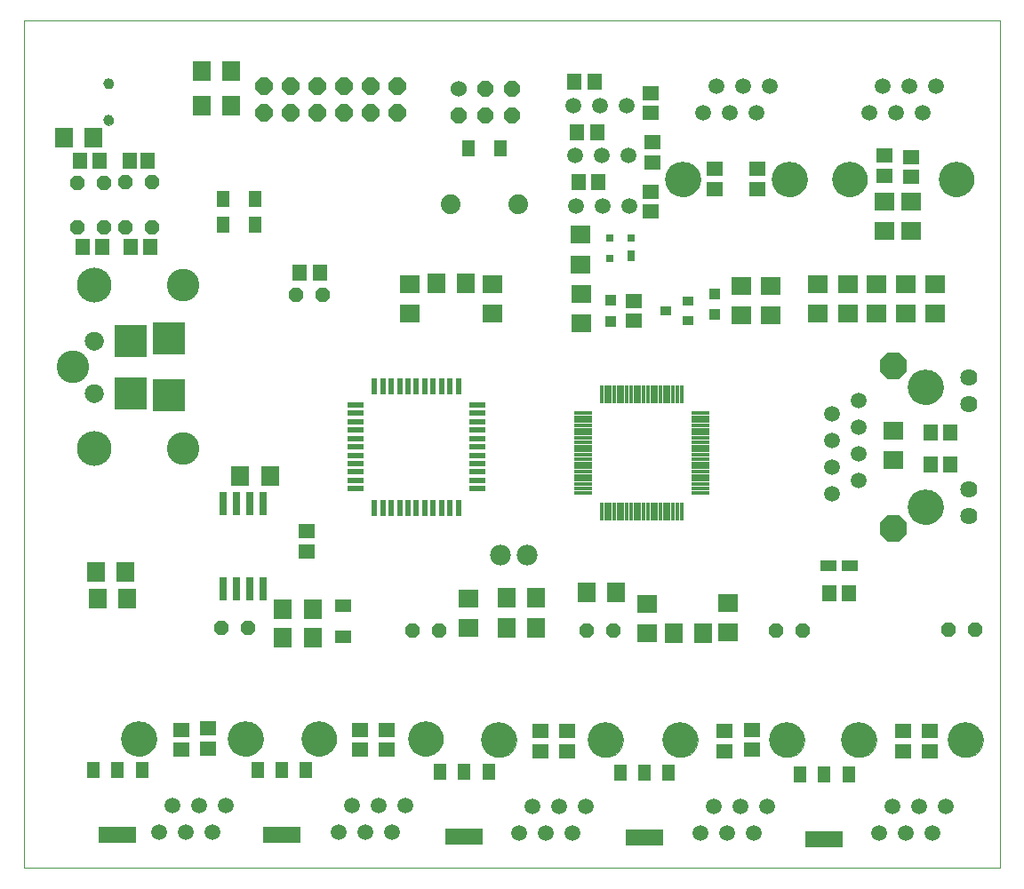
<source format=gts>
G75*
G70*
%OFA0B0*%
%FSLAX24Y24*%
%IPPOS*%
%LPD*%
%AMOC8*
5,1,8,0,0,1.08239X$1,22.5*
%
%ADD10C,0.0000*%
%ADD11C,0.0594*%
%ADD12C,0.1320*%
%ADD13R,0.0670X0.0750*%
%ADD14R,0.0631X0.0552*%
%ADD15OC8,0.0560*%
%ADD16R,0.0552X0.0631*%
%ADD17R,0.0670X0.0749*%
%ADD18C,0.1221*%
%ADD19C,0.1306*%
%ADD20R,0.1221X0.1221*%
%ADD21C,0.0709*%
%ADD22R,0.0750X0.0670*%
%ADD23R,0.0749X0.0670*%
%ADD24R,0.0670X0.0138*%
%ADD25R,0.0138X0.0670*%
%ADD26R,0.0434X0.0434*%
%ADD27R,0.0394X0.0355*%
%ADD28R,0.0631X0.0434*%
%ADD29C,0.0780*%
%ADD30OC8,0.0640*%
%ADD31C,0.0600*%
%ADD32OC8,0.0600*%
%ADD33R,0.0512X0.0591*%
%ADD34C,0.0591*%
%ADD35R,0.1418X0.0591*%
%ADD36R,0.0316X0.0434*%
%ADD37R,0.0316X0.0276*%
%ADD38R,0.0631X0.0237*%
%ADD39R,0.0237X0.0631*%
%ADD40R,0.0591X0.0512*%
%ADD41C,0.0394*%
%ADD42OC8,0.1003*%
%ADD43C,0.0640*%
%ADD44C,0.1320*%
%ADD45C,0.0740*%
%ADD46R,0.0280X0.0910*%
D10*
X000100Y000100D02*
X000100Y031896D01*
X036670Y031896D01*
X036670Y000100D01*
X000100Y000100D01*
X003760Y004950D02*
X003762Y005000D01*
X003768Y005050D01*
X003778Y005099D01*
X003791Y005148D01*
X003809Y005195D01*
X003830Y005241D01*
X003854Y005284D01*
X003882Y005326D01*
X003913Y005366D01*
X003947Y005403D01*
X003984Y005437D01*
X004024Y005468D01*
X004066Y005496D01*
X004109Y005520D01*
X004155Y005541D01*
X004202Y005559D01*
X004251Y005572D01*
X004300Y005582D01*
X004350Y005588D01*
X004400Y005590D01*
X004450Y005588D01*
X004500Y005582D01*
X004549Y005572D01*
X004598Y005559D01*
X004645Y005541D01*
X004691Y005520D01*
X004734Y005496D01*
X004776Y005468D01*
X004816Y005437D01*
X004853Y005403D01*
X004887Y005366D01*
X004918Y005326D01*
X004946Y005284D01*
X004970Y005241D01*
X004991Y005195D01*
X005009Y005148D01*
X005022Y005099D01*
X005032Y005050D01*
X005038Y005000D01*
X005040Y004950D01*
X005038Y004900D01*
X005032Y004850D01*
X005022Y004801D01*
X005009Y004752D01*
X004991Y004705D01*
X004970Y004659D01*
X004946Y004616D01*
X004918Y004574D01*
X004887Y004534D01*
X004853Y004497D01*
X004816Y004463D01*
X004776Y004432D01*
X004734Y004404D01*
X004691Y004380D01*
X004645Y004359D01*
X004598Y004341D01*
X004549Y004328D01*
X004500Y004318D01*
X004450Y004312D01*
X004400Y004310D01*
X004350Y004312D01*
X004300Y004318D01*
X004251Y004328D01*
X004202Y004341D01*
X004155Y004359D01*
X004109Y004380D01*
X004066Y004404D01*
X004024Y004432D01*
X003984Y004463D01*
X003947Y004497D01*
X003913Y004534D01*
X003882Y004574D01*
X003854Y004616D01*
X003830Y004659D01*
X003809Y004705D01*
X003791Y004752D01*
X003778Y004801D01*
X003768Y004850D01*
X003762Y004900D01*
X003760Y004950D01*
X007760Y004950D02*
X007762Y005000D01*
X007768Y005050D01*
X007778Y005099D01*
X007791Y005148D01*
X007809Y005195D01*
X007830Y005241D01*
X007854Y005284D01*
X007882Y005326D01*
X007913Y005366D01*
X007947Y005403D01*
X007984Y005437D01*
X008024Y005468D01*
X008066Y005496D01*
X008109Y005520D01*
X008155Y005541D01*
X008202Y005559D01*
X008251Y005572D01*
X008300Y005582D01*
X008350Y005588D01*
X008400Y005590D01*
X008450Y005588D01*
X008500Y005582D01*
X008549Y005572D01*
X008598Y005559D01*
X008645Y005541D01*
X008691Y005520D01*
X008734Y005496D01*
X008776Y005468D01*
X008816Y005437D01*
X008853Y005403D01*
X008887Y005366D01*
X008918Y005326D01*
X008946Y005284D01*
X008970Y005241D01*
X008991Y005195D01*
X009009Y005148D01*
X009022Y005099D01*
X009032Y005050D01*
X009038Y005000D01*
X009040Y004950D01*
X009038Y004900D01*
X009032Y004850D01*
X009022Y004801D01*
X009009Y004752D01*
X008991Y004705D01*
X008970Y004659D01*
X008946Y004616D01*
X008918Y004574D01*
X008887Y004534D01*
X008853Y004497D01*
X008816Y004463D01*
X008776Y004432D01*
X008734Y004404D01*
X008691Y004380D01*
X008645Y004359D01*
X008598Y004341D01*
X008549Y004328D01*
X008500Y004318D01*
X008450Y004312D01*
X008400Y004310D01*
X008350Y004312D01*
X008300Y004318D01*
X008251Y004328D01*
X008202Y004341D01*
X008155Y004359D01*
X008109Y004380D01*
X008066Y004404D01*
X008024Y004432D01*
X007984Y004463D01*
X007947Y004497D01*
X007913Y004534D01*
X007882Y004574D01*
X007854Y004616D01*
X007830Y004659D01*
X007809Y004705D01*
X007791Y004752D01*
X007778Y004801D01*
X007768Y004850D01*
X007762Y004900D01*
X007760Y004950D01*
X010510Y004950D02*
X010512Y005000D01*
X010518Y005050D01*
X010528Y005099D01*
X010541Y005148D01*
X010559Y005195D01*
X010580Y005241D01*
X010604Y005284D01*
X010632Y005326D01*
X010663Y005366D01*
X010697Y005403D01*
X010734Y005437D01*
X010774Y005468D01*
X010816Y005496D01*
X010859Y005520D01*
X010905Y005541D01*
X010952Y005559D01*
X011001Y005572D01*
X011050Y005582D01*
X011100Y005588D01*
X011150Y005590D01*
X011200Y005588D01*
X011250Y005582D01*
X011299Y005572D01*
X011348Y005559D01*
X011395Y005541D01*
X011441Y005520D01*
X011484Y005496D01*
X011526Y005468D01*
X011566Y005437D01*
X011603Y005403D01*
X011637Y005366D01*
X011668Y005326D01*
X011696Y005284D01*
X011720Y005241D01*
X011741Y005195D01*
X011759Y005148D01*
X011772Y005099D01*
X011782Y005050D01*
X011788Y005000D01*
X011790Y004950D01*
X011788Y004900D01*
X011782Y004850D01*
X011772Y004801D01*
X011759Y004752D01*
X011741Y004705D01*
X011720Y004659D01*
X011696Y004616D01*
X011668Y004574D01*
X011637Y004534D01*
X011603Y004497D01*
X011566Y004463D01*
X011526Y004432D01*
X011484Y004404D01*
X011441Y004380D01*
X011395Y004359D01*
X011348Y004341D01*
X011299Y004328D01*
X011250Y004318D01*
X011200Y004312D01*
X011150Y004310D01*
X011100Y004312D01*
X011050Y004318D01*
X011001Y004328D01*
X010952Y004341D01*
X010905Y004359D01*
X010859Y004380D01*
X010816Y004404D01*
X010774Y004432D01*
X010734Y004463D01*
X010697Y004497D01*
X010663Y004534D01*
X010632Y004574D01*
X010604Y004616D01*
X010580Y004659D01*
X010559Y004705D01*
X010541Y004752D01*
X010528Y004801D01*
X010518Y004850D01*
X010512Y004900D01*
X010510Y004950D01*
X014510Y004950D02*
X014512Y005000D01*
X014518Y005050D01*
X014528Y005099D01*
X014541Y005148D01*
X014559Y005195D01*
X014580Y005241D01*
X014604Y005284D01*
X014632Y005326D01*
X014663Y005366D01*
X014697Y005403D01*
X014734Y005437D01*
X014774Y005468D01*
X014816Y005496D01*
X014859Y005520D01*
X014905Y005541D01*
X014952Y005559D01*
X015001Y005572D01*
X015050Y005582D01*
X015100Y005588D01*
X015150Y005590D01*
X015200Y005588D01*
X015250Y005582D01*
X015299Y005572D01*
X015348Y005559D01*
X015395Y005541D01*
X015441Y005520D01*
X015484Y005496D01*
X015526Y005468D01*
X015566Y005437D01*
X015603Y005403D01*
X015637Y005366D01*
X015668Y005326D01*
X015696Y005284D01*
X015720Y005241D01*
X015741Y005195D01*
X015759Y005148D01*
X015772Y005099D01*
X015782Y005050D01*
X015788Y005000D01*
X015790Y004950D01*
X015788Y004900D01*
X015782Y004850D01*
X015772Y004801D01*
X015759Y004752D01*
X015741Y004705D01*
X015720Y004659D01*
X015696Y004616D01*
X015668Y004574D01*
X015637Y004534D01*
X015603Y004497D01*
X015566Y004463D01*
X015526Y004432D01*
X015484Y004404D01*
X015441Y004380D01*
X015395Y004359D01*
X015348Y004341D01*
X015299Y004328D01*
X015250Y004318D01*
X015200Y004312D01*
X015150Y004310D01*
X015100Y004312D01*
X015050Y004318D01*
X015001Y004328D01*
X014952Y004341D01*
X014905Y004359D01*
X014859Y004380D01*
X014816Y004404D01*
X014774Y004432D01*
X014734Y004463D01*
X014697Y004497D01*
X014663Y004534D01*
X014632Y004574D01*
X014604Y004616D01*
X014580Y004659D01*
X014559Y004705D01*
X014541Y004752D01*
X014528Y004801D01*
X014518Y004850D01*
X014512Y004900D01*
X014510Y004950D01*
X017260Y004900D02*
X017262Y004950D01*
X017268Y005000D01*
X017278Y005049D01*
X017291Y005098D01*
X017309Y005145D01*
X017330Y005191D01*
X017354Y005234D01*
X017382Y005276D01*
X017413Y005316D01*
X017447Y005353D01*
X017484Y005387D01*
X017524Y005418D01*
X017566Y005446D01*
X017609Y005470D01*
X017655Y005491D01*
X017702Y005509D01*
X017751Y005522D01*
X017800Y005532D01*
X017850Y005538D01*
X017900Y005540D01*
X017950Y005538D01*
X018000Y005532D01*
X018049Y005522D01*
X018098Y005509D01*
X018145Y005491D01*
X018191Y005470D01*
X018234Y005446D01*
X018276Y005418D01*
X018316Y005387D01*
X018353Y005353D01*
X018387Y005316D01*
X018418Y005276D01*
X018446Y005234D01*
X018470Y005191D01*
X018491Y005145D01*
X018509Y005098D01*
X018522Y005049D01*
X018532Y005000D01*
X018538Y004950D01*
X018540Y004900D01*
X018538Y004850D01*
X018532Y004800D01*
X018522Y004751D01*
X018509Y004702D01*
X018491Y004655D01*
X018470Y004609D01*
X018446Y004566D01*
X018418Y004524D01*
X018387Y004484D01*
X018353Y004447D01*
X018316Y004413D01*
X018276Y004382D01*
X018234Y004354D01*
X018191Y004330D01*
X018145Y004309D01*
X018098Y004291D01*
X018049Y004278D01*
X018000Y004268D01*
X017950Y004262D01*
X017900Y004260D01*
X017850Y004262D01*
X017800Y004268D01*
X017751Y004278D01*
X017702Y004291D01*
X017655Y004309D01*
X017609Y004330D01*
X017566Y004354D01*
X017524Y004382D01*
X017484Y004413D01*
X017447Y004447D01*
X017413Y004484D01*
X017382Y004524D01*
X017354Y004566D01*
X017330Y004609D01*
X017309Y004655D01*
X017291Y004702D01*
X017278Y004751D01*
X017268Y004800D01*
X017262Y004850D01*
X017260Y004900D01*
X021260Y004900D02*
X021262Y004950D01*
X021268Y005000D01*
X021278Y005049D01*
X021291Y005098D01*
X021309Y005145D01*
X021330Y005191D01*
X021354Y005234D01*
X021382Y005276D01*
X021413Y005316D01*
X021447Y005353D01*
X021484Y005387D01*
X021524Y005418D01*
X021566Y005446D01*
X021609Y005470D01*
X021655Y005491D01*
X021702Y005509D01*
X021751Y005522D01*
X021800Y005532D01*
X021850Y005538D01*
X021900Y005540D01*
X021950Y005538D01*
X022000Y005532D01*
X022049Y005522D01*
X022098Y005509D01*
X022145Y005491D01*
X022191Y005470D01*
X022234Y005446D01*
X022276Y005418D01*
X022316Y005387D01*
X022353Y005353D01*
X022387Y005316D01*
X022418Y005276D01*
X022446Y005234D01*
X022470Y005191D01*
X022491Y005145D01*
X022509Y005098D01*
X022522Y005049D01*
X022532Y005000D01*
X022538Y004950D01*
X022540Y004900D01*
X022538Y004850D01*
X022532Y004800D01*
X022522Y004751D01*
X022509Y004702D01*
X022491Y004655D01*
X022470Y004609D01*
X022446Y004566D01*
X022418Y004524D01*
X022387Y004484D01*
X022353Y004447D01*
X022316Y004413D01*
X022276Y004382D01*
X022234Y004354D01*
X022191Y004330D01*
X022145Y004309D01*
X022098Y004291D01*
X022049Y004278D01*
X022000Y004268D01*
X021950Y004262D01*
X021900Y004260D01*
X021850Y004262D01*
X021800Y004268D01*
X021751Y004278D01*
X021702Y004291D01*
X021655Y004309D01*
X021609Y004330D01*
X021566Y004354D01*
X021524Y004382D01*
X021484Y004413D01*
X021447Y004447D01*
X021413Y004484D01*
X021382Y004524D01*
X021354Y004566D01*
X021330Y004609D01*
X021309Y004655D01*
X021291Y004702D01*
X021278Y004751D01*
X021268Y004800D01*
X021262Y004850D01*
X021260Y004900D01*
X024060Y004900D02*
X024062Y004950D01*
X024068Y005000D01*
X024078Y005049D01*
X024091Y005098D01*
X024109Y005145D01*
X024130Y005191D01*
X024154Y005234D01*
X024182Y005276D01*
X024213Y005316D01*
X024247Y005353D01*
X024284Y005387D01*
X024324Y005418D01*
X024366Y005446D01*
X024409Y005470D01*
X024455Y005491D01*
X024502Y005509D01*
X024551Y005522D01*
X024600Y005532D01*
X024650Y005538D01*
X024700Y005540D01*
X024750Y005538D01*
X024800Y005532D01*
X024849Y005522D01*
X024898Y005509D01*
X024945Y005491D01*
X024991Y005470D01*
X025034Y005446D01*
X025076Y005418D01*
X025116Y005387D01*
X025153Y005353D01*
X025187Y005316D01*
X025218Y005276D01*
X025246Y005234D01*
X025270Y005191D01*
X025291Y005145D01*
X025309Y005098D01*
X025322Y005049D01*
X025332Y005000D01*
X025338Y004950D01*
X025340Y004900D01*
X025338Y004850D01*
X025332Y004800D01*
X025322Y004751D01*
X025309Y004702D01*
X025291Y004655D01*
X025270Y004609D01*
X025246Y004566D01*
X025218Y004524D01*
X025187Y004484D01*
X025153Y004447D01*
X025116Y004413D01*
X025076Y004382D01*
X025034Y004354D01*
X024991Y004330D01*
X024945Y004309D01*
X024898Y004291D01*
X024849Y004278D01*
X024800Y004268D01*
X024750Y004262D01*
X024700Y004260D01*
X024650Y004262D01*
X024600Y004268D01*
X024551Y004278D01*
X024502Y004291D01*
X024455Y004309D01*
X024409Y004330D01*
X024366Y004354D01*
X024324Y004382D01*
X024284Y004413D01*
X024247Y004447D01*
X024213Y004484D01*
X024182Y004524D01*
X024154Y004566D01*
X024130Y004609D01*
X024109Y004655D01*
X024091Y004702D01*
X024078Y004751D01*
X024068Y004800D01*
X024062Y004850D01*
X024060Y004900D01*
X028060Y004900D02*
X028062Y004950D01*
X028068Y005000D01*
X028078Y005049D01*
X028091Y005098D01*
X028109Y005145D01*
X028130Y005191D01*
X028154Y005234D01*
X028182Y005276D01*
X028213Y005316D01*
X028247Y005353D01*
X028284Y005387D01*
X028324Y005418D01*
X028366Y005446D01*
X028409Y005470D01*
X028455Y005491D01*
X028502Y005509D01*
X028551Y005522D01*
X028600Y005532D01*
X028650Y005538D01*
X028700Y005540D01*
X028750Y005538D01*
X028800Y005532D01*
X028849Y005522D01*
X028898Y005509D01*
X028945Y005491D01*
X028991Y005470D01*
X029034Y005446D01*
X029076Y005418D01*
X029116Y005387D01*
X029153Y005353D01*
X029187Y005316D01*
X029218Y005276D01*
X029246Y005234D01*
X029270Y005191D01*
X029291Y005145D01*
X029309Y005098D01*
X029322Y005049D01*
X029332Y005000D01*
X029338Y004950D01*
X029340Y004900D01*
X029338Y004850D01*
X029332Y004800D01*
X029322Y004751D01*
X029309Y004702D01*
X029291Y004655D01*
X029270Y004609D01*
X029246Y004566D01*
X029218Y004524D01*
X029187Y004484D01*
X029153Y004447D01*
X029116Y004413D01*
X029076Y004382D01*
X029034Y004354D01*
X028991Y004330D01*
X028945Y004309D01*
X028898Y004291D01*
X028849Y004278D01*
X028800Y004268D01*
X028750Y004262D01*
X028700Y004260D01*
X028650Y004262D01*
X028600Y004268D01*
X028551Y004278D01*
X028502Y004291D01*
X028455Y004309D01*
X028409Y004330D01*
X028366Y004354D01*
X028324Y004382D01*
X028284Y004413D01*
X028247Y004447D01*
X028213Y004484D01*
X028182Y004524D01*
X028154Y004566D01*
X028130Y004609D01*
X028109Y004655D01*
X028091Y004702D01*
X028078Y004751D01*
X028068Y004800D01*
X028062Y004850D01*
X028060Y004900D01*
X030760Y004900D02*
X030762Y004950D01*
X030768Y005000D01*
X030778Y005049D01*
X030791Y005098D01*
X030809Y005145D01*
X030830Y005191D01*
X030854Y005234D01*
X030882Y005276D01*
X030913Y005316D01*
X030947Y005353D01*
X030984Y005387D01*
X031024Y005418D01*
X031066Y005446D01*
X031109Y005470D01*
X031155Y005491D01*
X031202Y005509D01*
X031251Y005522D01*
X031300Y005532D01*
X031350Y005538D01*
X031400Y005540D01*
X031450Y005538D01*
X031500Y005532D01*
X031549Y005522D01*
X031598Y005509D01*
X031645Y005491D01*
X031691Y005470D01*
X031734Y005446D01*
X031776Y005418D01*
X031816Y005387D01*
X031853Y005353D01*
X031887Y005316D01*
X031918Y005276D01*
X031946Y005234D01*
X031970Y005191D01*
X031991Y005145D01*
X032009Y005098D01*
X032022Y005049D01*
X032032Y005000D01*
X032038Y004950D01*
X032040Y004900D01*
X032038Y004850D01*
X032032Y004800D01*
X032022Y004751D01*
X032009Y004702D01*
X031991Y004655D01*
X031970Y004609D01*
X031946Y004566D01*
X031918Y004524D01*
X031887Y004484D01*
X031853Y004447D01*
X031816Y004413D01*
X031776Y004382D01*
X031734Y004354D01*
X031691Y004330D01*
X031645Y004309D01*
X031598Y004291D01*
X031549Y004278D01*
X031500Y004268D01*
X031450Y004262D01*
X031400Y004260D01*
X031350Y004262D01*
X031300Y004268D01*
X031251Y004278D01*
X031202Y004291D01*
X031155Y004309D01*
X031109Y004330D01*
X031066Y004354D01*
X031024Y004382D01*
X030984Y004413D01*
X030947Y004447D01*
X030913Y004484D01*
X030882Y004524D01*
X030854Y004566D01*
X030830Y004609D01*
X030809Y004655D01*
X030791Y004702D01*
X030778Y004751D01*
X030768Y004800D01*
X030762Y004850D01*
X030760Y004900D01*
X034760Y004900D02*
X034762Y004950D01*
X034768Y005000D01*
X034778Y005049D01*
X034791Y005098D01*
X034809Y005145D01*
X034830Y005191D01*
X034854Y005234D01*
X034882Y005276D01*
X034913Y005316D01*
X034947Y005353D01*
X034984Y005387D01*
X035024Y005418D01*
X035066Y005446D01*
X035109Y005470D01*
X035155Y005491D01*
X035202Y005509D01*
X035251Y005522D01*
X035300Y005532D01*
X035350Y005538D01*
X035400Y005540D01*
X035450Y005538D01*
X035500Y005532D01*
X035549Y005522D01*
X035598Y005509D01*
X035645Y005491D01*
X035691Y005470D01*
X035734Y005446D01*
X035776Y005418D01*
X035816Y005387D01*
X035853Y005353D01*
X035887Y005316D01*
X035918Y005276D01*
X035946Y005234D01*
X035970Y005191D01*
X035991Y005145D01*
X036009Y005098D01*
X036022Y005049D01*
X036032Y005000D01*
X036038Y004950D01*
X036040Y004900D01*
X036038Y004850D01*
X036032Y004800D01*
X036022Y004751D01*
X036009Y004702D01*
X035991Y004655D01*
X035970Y004609D01*
X035946Y004566D01*
X035918Y004524D01*
X035887Y004484D01*
X035853Y004447D01*
X035816Y004413D01*
X035776Y004382D01*
X035734Y004354D01*
X035691Y004330D01*
X035645Y004309D01*
X035598Y004291D01*
X035549Y004278D01*
X035500Y004268D01*
X035450Y004262D01*
X035400Y004260D01*
X035350Y004262D01*
X035300Y004268D01*
X035251Y004278D01*
X035202Y004291D01*
X035155Y004309D01*
X035109Y004330D01*
X035066Y004354D01*
X035024Y004382D01*
X034984Y004413D01*
X034947Y004447D01*
X034913Y004484D01*
X034882Y004524D01*
X034854Y004566D01*
X034830Y004609D01*
X034809Y004655D01*
X034791Y004702D01*
X034778Y004751D01*
X034768Y004800D01*
X034762Y004850D01*
X034760Y004900D01*
X033260Y013650D02*
X033262Y013700D01*
X033268Y013750D01*
X033278Y013799D01*
X033291Y013848D01*
X033309Y013895D01*
X033330Y013941D01*
X033354Y013984D01*
X033382Y014026D01*
X033413Y014066D01*
X033447Y014103D01*
X033484Y014137D01*
X033524Y014168D01*
X033566Y014196D01*
X033609Y014220D01*
X033655Y014241D01*
X033702Y014259D01*
X033751Y014272D01*
X033800Y014282D01*
X033850Y014288D01*
X033900Y014290D01*
X033950Y014288D01*
X034000Y014282D01*
X034049Y014272D01*
X034098Y014259D01*
X034145Y014241D01*
X034191Y014220D01*
X034234Y014196D01*
X034276Y014168D01*
X034316Y014137D01*
X034353Y014103D01*
X034387Y014066D01*
X034418Y014026D01*
X034446Y013984D01*
X034470Y013941D01*
X034491Y013895D01*
X034509Y013848D01*
X034522Y013799D01*
X034532Y013750D01*
X034538Y013700D01*
X034540Y013650D01*
X034538Y013600D01*
X034532Y013550D01*
X034522Y013501D01*
X034509Y013452D01*
X034491Y013405D01*
X034470Y013359D01*
X034446Y013316D01*
X034418Y013274D01*
X034387Y013234D01*
X034353Y013197D01*
X034316Y013163D01*
X034276Y013132D01*
X034234Y013104D01*
X034191Y013080D01*
X034145Y013059D01*
X034098Y013041D01*
X034049Y013028D01*
X034000Y013018D01*
X033950Y013012D01*
X033900Y013010D01*
X033850Y013012D01*
X033800Y013018D01*
X033751Y013028D01*
X033702Y013041D01*
X033655Y013059D01*
X033609Y013080D01*
X033566Y013104D01*
X033524Y013132D01*
X033484Y013163D01*
X033447Y013197D01*
X033413Y013234D01*
X033382Y013274D01*
X033354Y013316D01*
X033330Y013359D01*
X033309Y013405D01*
X033291Y013452D01*
X033278Y013501D01*
X033268Y013550D01*
X033262Y013600D01*
X033260Y013650D01*
X033260Y018150D02*
X033262Y018200D01*
X033268Y018250D01*
X033278Y018299D01*
X033291Y018348D01*
X033309Y018395D01*
X033330Y018441D01*
X033354Y018484D01*
X033382Y018526D01*
X033413Y018566D01*
X033447Y018603D01*
X033484Y018637D01*
X033524Y018668D01*
X033566Y018696D01*
X033609Y018720D01*
X033655Y018741D01*
X033702Y018759D01*
X033751Y018772D01*
X033800Y018782D01*
X033850Y018788D01*
X033900Y018790D01*
X033950Y018788D01*
X034000Y018782D01*
X034049Y018772D01*
X034098Y018759D01*
X034145Y018741D01*
X034191Y018720D01*
X034234Y018696D01*
X034276Y018668D01*
X034316Y018637D01*
X034353Y018603D01*
X034387Y018566D01*
X034418Y018526D01*
X034446Y018484D01*
X034470Y018441D01*
X034491Y018395D01*
X034509Y018348D01*
X034522Y018299D01*
X034532Y018250D01*
X034538Y018200D01*
X034540Y018150D01*
X034538Y018100D01*
X034532Y018050D01*
X034522Y018001D01*
X034509Y017952D01*
X034491Y017905D01*
X034470Y017859D01*
X034446Y017816D01*
X034418Y017774D01*
X034387Y017734D01*
X034353Y017697D01*
X034316Y017663D01*
X034276Y017632D01*
X034234Y017604D01*
X034191Y017580D01*
X034145Y017559D01*
X034098Y017541D01*
X034049Y017528D01*
X034000Y017518D01*
X033950Y017512D01*
X033900Y017510D01*
X033850Y017512D01*
X033800Y017518D01*
X033751Y017528D01*
X033702Y017541D01*
X033655Y017559D01*
X033609Y017580D01*
X033566Y017604D01*
X033524Y017632D01*
X033484Y017663D01*
X033447Y017697D01*
X033413Y017734D01*
X033382Y017774D01*
X033354Y017816D01*
X033330Y017859D01*
X033309Y017905D01*
X033291Y017952D01*
X033278Y018001D01*
X033268Y018050D01*
X033262Y018100D01*
X033260Y018150D01*
X034410Y025950D02*
X034412Y026000D01*
X034418Y026050D01*
X034428Y026099D01*
X034441Y026148D01*
X034459Y026195D01*
X034480Y026241D01*
X034504Y026284D01*
X034532Y026326D01*
X034563Y026366D01*
X034597Y026403D01*
X034634Y026437D01*
X034674Y026468D01*
X034716Y026496D01*
X034759Y026520D01*
X034805Y026541D01*
X034852Y026559D01*
X034901Y026572D01*
X034950Y026582D01*
X035000Y026588D01*
X035050Y026590D01*
X035100Y026588D01*
X035150Y026582D01*
X035199Y026572D01*
X035248Y026559D01*
X035295Y026541D01*
X035341Y026520D01*
X035384Y026496D01*
X035426Y026468D01*
X035466Y026437D01*
X035503Y026403D01*
X035537Y026366D01*
X035568Y026326D01*
X035596Y026284D01*
X035620Y026241D01*
X035641Y026195D01*
X035659Y026148D01*
X035672Y026099D01*
X035682Y026050D01*
X035688Y026000D01*
X035690Y025950D01*
X035688Y025900D01*
X035682Y025850D01*
X035672Y025801D01*
X035659Y025752D01*
X035641Y025705D01*
X035620Y025659D01*
X035596Y025616D01*
X035568Y025574D01*
X035537Y025534D01*
X035503Y025497D01*
X035466Y025463D01*
X035426Y025432D01*
X035384Y025404D01*
X035341Y025380D01*
X035295Y025359D01*
X035248Y025341D01*
X035199Y025328D01*
X035150Y025318D01*
X035100Y025312D01*
X035050Y025310D01*
X035000Y025312D01*
X034950Y025318D01*
X034901Y025328D01*
X034852Y025341D01*
X034805Y025359D01*
X034759Y025380D01*
X034716Y025404D01*
X034674Y025432D01*
X034634Y025463D01*
X034597Y025497D01*
X034563Y025534D01*
X034532Y025574D01*
X034504Y025616D01*
X034480Y025659D01*
X034459Y025705D01*
X034441Y025752D01*
X034428Y025801D01*
X034418Y025850D01*
X034412Y025900D01*
X034410Y025950D01*
X030410Y025950D02*
X030412Y026000D01*
X030418Y026050D01*
X030428Y026099D01*
X030441Y026148D01*
X030459Y026195D01*
X030480Y026241D01*
X030504Y026284D01*
X030532Y026326D01*
X030563Y026366D01*
X030597Y026403D01*
X030634Y026437D01*
X030674Y026468D01*
X030716Y026496D01*
X030759Y026520D01*
X030805Y026541D01*
X030852Y026559D01*
X030901Y026572D01*
X030950Y026582D01*
X031000Y026588D01*
X031050Y026590D01*
X031100Y026588D01*
X031150Y026582D01*
X031199Y026572D01*
X031248Y026559D01*
X031295Y026541D01*
X031341Y026520D01*
X031384Y026496D01*
X031426Y026468D01*
X031466Y026437D01*
X031503Y026403D01*
X031537Y026366D01*
X031568Y026326D01*
X031596Y026284D01*
X031620Y026241D01*
X031641Y026195D01*
X031659Y026148D01*
X031672Y026099D01*
X031682Y026050D01*
X031688Y026000D01*
X031690Y025950D01*
X031688Y025900D01*
X031682Y025850D01*
X031672Y025801D01*
X031659Y025752D01*
X031641Y025705D01*
X031620Y025659D01*
X031596Y025616D01*
X031568Y025574D01*
X031537Y025534D01*
X031503Y025497D01*
X031466Y025463D01*
X031426Y025432D01*
X031384Y025404D01*
X031341Y025380D01*
X031295Y025359D01*
X031248Y025341D01*
X031199Y025328D01*
X031150Y025318D01*
X031100Y025312D01*
X031050Y025310D01*
X031000Y025312D01*
X030950Y025318D01*
X030901Y025328D01*
X030852Y025341D01*
X030805Y025359D01*
X030759Y025380D01*
X030716Y025404D01*
X030674Y025432D01*
X030634Y025463D01*
X030597Y025497D01*
X030563Y025534D01*
X030532Y025574D01*
X030504Y025616D01*
X030480Y025659D01*
X030459Y025705D01*
X030441Y025752D01*
X030428Y025801D01*
X030418Y025850D01*
X030412Y025900D01*
X030410Y025950D01*
X028160Y025950D02*
X028162Y026000D01*
X028168Y026050D01*
X028178Y026099D01*
X028191Y026148D01*
X028209Y026195D01*
X028230Y026241D01*
X028254Y026284D01*
X028282Y026326D01*
X028313Y026366D01*
X028347Y026403D01*
X028384Y026437D01*
X028424Y026468D01*
X028466Y026496D01*
X028509Y026520D01*
X028555Y026541D01*
X028602Y026559D01*
X028651Y026572D01*
X028700Y026582D01*
X028750Y026588D01*
X028800Y026590D01*
X028850Y026588D01*
X028900Y026582D01*
X028949Y026572D01*
X028998Y026559D01*
X029045Y026541D01*
X029091Y026520D01*
X029134Y026496D01*
X029176Y026468D01*
X029216Y026437D01*
X029253Y026403D01*
X029287Y026366D01*
X029318Y026326D01*
X029346Y026284D01*
X029370Y026241D01*
X029391Y026195D01*
X029409Y026148D01*
X029422Y026099D01*
X029432Y026050D01*
X029438Y026000D01*
X029440Y025950D01*
X029438Y025900D01*
X029432Y025850D01*
X029422Y025801D01*
X029409Y025752D01*
X029391Y025705D01*
X029370Y025659D01*
X029346Y025616D01*
X029318Y025574D01*
X029287Y025534D01*
X029253Y025497D01*
X029216Y025463D01*
X029176Y025432D01*
X029134Y025404D01*
X029091Y025380D01*
X029045Y025359D01*
X028998Y025341D01*
X028949Y025328D01*
X028900Y025318D01*
X028850Y025312D01*
X028800Y025310D01*
X028750Y025312D01*
X028700Y025318D01*
X028651Y025328D01*
X028602Y025341D01*
X028555Y025359D01*
X028509Y025380D01*
X028466Y025404D01*
X028424Y025432D01*
X028384Y025463D01*
X028347Y025497D01*
X028313Y025534D01*
X028282Y025574D01*
X028254Y025616D01*
X028230Y025659D01*
X028209Y025705D01*
X028191Y025752D01*
X028178Y025801D01*
X028168Y025850D01*
X028162Y025900D01*
X028160Y025950D01*
X024160Y025950D02*
X024162Y026000D01*
X024168Y026050D01*
X024178Y026099D01*
X024191Y026148D01*
X024209Y026195D01*
X024230Y026241D01*
X024254Y026284D01*
X024282Y026326D01*
X024313Y026366D01*
X024347Y026403D01*
X024384Y026437D01*
X024424Y026468D01*
X024466Y026496D01*
X024509Y026520D01*
X024555Y026541D01*
X024602Y026559D01*
X024651Y026572D01*
X024700Y026582D01*
X024750Y026588D01*
X024800Y026590D01*
X024850Y026588D01*
X024900Y026582D01*
X024949Y026572D01*
X024998Y026559D01*
X025045Y026541D01*
X025091Y026520D01*
X025134Y026496D01*
X025176Y026468D01*
X025216Y026437D01*
X025253Y026403D01*
X025287Y026366D01*
X025318Y026326D01*
X025346Y026284D01*
X025370Y026241D01*
X025391Y026195D01*
X025409Y026148D01*
X025422Y026099D01*
X025432Y026050D01*
X025438Y026000D01*
X025440Y025950D01*
X025438Y025900D01*
X025432Y025850D01*
X025422Y025801D01*
X025409Y025752D01*
X025391Y025705D01*
X025370Y025659D01*
X025346Y025616D01*
X025318Y025574D01*
X025287Y025534D01*
X025253Y025497D01*
X025216Y025463D01*
X025176Y025432D01*
X025134Y025404D01*
X025091Y025380D01*
X025045Y025359D01*
X024998Y025341D01*
X024949Y025328D01*
X024900Y025318D01*
X024850Y025312D01*
X024800Y025310D01*
X024750Y025312D01*
X024700Y025318D01*
X024651Y025328D01*
X024602Y025341D01*
X024555Y025359D01*
X024509Y025380D01*
X024466Y025404D01*
X024424Y025432D01*
X024384Y025463D01*
X024347Y025497D01*
X024313Y025534D01*
X024282Y025574D01*
X024254Y025616D01*
X024230Y025659D01*
X024209Y025705D01*
X024191Y025752D01*
X024178Y025801D01*
X024168Y025850D01*
X024162Y025900D01*
X024160Y025950D01*
X003073Y028161D02*
X003075Y028187D01*
X003081Y028213D01*
X003091Y028238D01*
X003104Y028261D01*
X003120Y028281D01*
X003140Y028299D01*
X003162Y028314D01*
X003185Y028326D01*
X003211Y028334D01*
X003237Y028338D01*
X003263Y028338D01*
X003289Y028334D01*
X003315Y028326D01*
X003339Y028314D01*
X003360Y028299D01*
X003380Y028281D01*
X003396Y028261D01*
X003409Y028238D01*
X003419Y028213D01*
X003425Y028187D01*
X003427Y028161D01*
X003425Y028135D01*
X003419Y028109D01*
X003409Y028084D01*
X003396Y028061D01*
X003380Y028041D01*
X003360Y028023D01*
X003338Y028008D01*
X003315Y027996D01*
X003289Y027988D01*
X003263Y027984D01*
X003237Y027984D01*
X003211Y027988D01*
X003185Y027996D01*
X003161Y028008D01*
X003140Y028023D01*
X003120Y028041D01*
X003104Y028061D01*
X003091Y028084D01*
X003081Y028109D01*
X003075Y028135D01*
X003073Y028161D01*
X003073Y029539D02*
X003075Y029565D01*
X003081Y029591D01*
X003091Y029616D01*
X003104Y029639D01*
X003120Y029659D01*
X003140Y029677D01*
X003162Y029692D01*
X003185Y029704D01*
X003211Y029712D01*
X003237Y029716D01*
X003263Y029716D01*
X003289Y029712D01*
X003315Y029704D01*
X003339Y029692D01*
X003360Y029677D01*
X003380Y029659D01*
X003396Y029639D01*
X003409Y029616D01*
X003419Y029591D01*
X003425Y029565D01*
X003427Y029539D01*
X003425Y029513D01*
X003419Y029487D01*
X003409Y029462D01*
X003396Y029439D01*
X003380Y029419D01*
X003360Y029401D01*
X003338Y029386D01*
X003315Y029374D01*
X003289Y029366D01*
X003263Y029362D01*
X003237Y029362D01*
X003211Y029366D01*
X003185Y029374D01*
X003161Y029386D01*
X003140Y029401D01*
X003120Y029419D01*
X003104Y029439D01*
X003091Y029462D01*
X003081Y029487D01*
X003075Y029513D01*
X003073Y029539D01*
X002369Y019884D02*
X002371Y019920D01*
X002377Y019956D01*
X002387Y019991D01*
X002400Y020025D01*
X002417Y020057D01*
X002437Y020087D01*
X002461Y020114D01*
X002487Y020139D01*
X002516Y020161D01*
X002547Y020180D01*
X002580Y020195D01*
X002614Y020207D01*
X002650Y020215D01*
X002686Y020219D01*
X002722Y020219D01*
X002758Y020215D01*
X002794Y020207D01*
X002828Y020195D01*
X002861Y020180D01*
X002892Y020161D01*
X002921Y020139D01*
X002947Y020114D01*
X002971Y020087D01*
X002991Y020057D01*
X003008Y020025D01*
X003021Y019991D01*
X003031Y019956D01*
X003037Y019920D01*
X003039Y019884D01*
X003037Y019848D01*
X003031Y019812D01*
X003021Y019777D01*
X003008Y019743D01*
X002991Y019711D01*
X002971Y019681D01*
X002947Y019654D01*
X002921Y019629D01*
X002892Y019607D01*
X002861Y019588D01*
X002828Y019573D01*
X002794Y019561D01*
X002758Y019553D01*
X002722Y019549D01*
X002686Y019549D01*
X002650Y019553D01*
X002614Y019561D01*
X002580Y019573D01*
X002547Y019588D01*
X002516Y019607D01*
X002487Y019629D01*
X002461Y019654D01*
X002437Y019681D01*
X002417Y019711D01*
X002400Y019743D01*
X002387Y019777D01*
X002377Y019812D01*
X002371Y019848D01*
X002369Y019884D01*
X002369Y017916D02*
X002371Y017952D01*
X002377Y017988D01*
X002387Y018023D01*
X002400Y018057D01*
X002417Y018089D01*
X002437Y018119D01*
X002461Y018146D01*
X002487Y018171D01*
X002516Y018193D01*
X002547Y018212D01*
X002580Y018227D01*
X002614Y018239D01*
X002650Y018247D01*
X002686Y018251D01*
X002722Y018251D01*
X002758Y018247D01*
X002794Y018239D01*
X002828Y018227D01*
X002861Y018212D01*
X002892Y018193D01*
X002921Y018171D01*
X002947Y018146D01*
X002971Y018119D01*
X002991Y018089D01*
X003008Y018057D01*
X003021Y018023D01*
X003031Y017988D01*
X003037Y017952D01*
X003039Y017916D01*
X003037Y017880D01*
X003031Y017844D01*
X003021Y017809D01*
X003008Y017775D01*
X002991Y017743D01*
X002971Y017713D01*
X002947Y017686D01*
X002921Y017661D01*
X002892Y017639D01*
X002861Y017620D01*
X002828Y017605D01*
X002794Y017593D01*
X002758Y017585D01*
X002722Y017581D01*
X002686Y017581D01*
X002650Y017585D01*
X002614Y017593D01*
X002580Y017605D01*
X002547Y017620D01*
X002516Y017639D01*
X002487Y017661D01*
X002461Y017686D01*
X002437Y017713D01*
X002417Y017743D01*
X002400Y017775D01*
X002387Y017809D01*
X002377Y017844D01*
X002371Y017880D01*
X002369Y017916D01*
D11*
X005650Y002450D03*
X006650Y002450D03*
X007650Y002450D03*
X007150Y001450D03*
X006150Y001450D03*
X005150Y001450D03*
X011900Y001450D03*
X012900Y001450D03*
X013900Y001450D03*
X013400Y002450D03*
X014400Y002450D03*
X012400Y002450D03*
X018650Y001400D03*
X019650Y001400D03*
X020650Y001400D03*
X020150Y002400D03*
X021150Y002400D03*
X019150Y002400D03*
X025450Y001400D03*
X026450Y001400D03*
X027450Y001400D03*
X026950Y002400D03*
X025950Y002400D03*
X027950Y002400D03*
X032150Y001400D03*
X033150Y001400D03*
X034150Y001400D03*
X033650Y002400D03*
X032650Y002400D03*
X034650Y002400D03*
X030400Y014150D03*
X031400Y014650D03*
X030400Y015150D03*
X031400Y015650D03*
X030400Y016150D03*
X031400Y016650D03*
X030400Y017150D03*
X031400Y017650D03*
X031800Y028450D03*
X032800Y028450D03*
X033800Y028450D03*
X033300Y029450D03*
X032300Y029450D03*
X034300Y029450D03*
X028050Y029450D03*
X027050Y029450D03*
X026050Y029450D03*
X025550Y028450D03*
X026550Y028450D03*
X027550Y028450D03*
D12*
X028800Y025950D03*
X031050Y025950D03*
X035050Y025950D03*
X024800Y025950D03*
X024700Y004900D03*
X021900Y004900D03*
X017900Y004900D03*
X015150Y004950D03*
X011150Y004950D03*
X008400Y004950D03*
X004400Y004950D03*
X028700Y004900D03*
X031400Y004900D03*
X035400Y004900D03*
D13*
X025560Y008900D03*
X024440Y008900D03*
X010910Y008750D03*
X010910Y009800D03*
X009790Y009800D03*
X009790Y008750D03*
X009310Y014800D03*
X008190Y014800D03*
X015540Y022050D03*
X016660Y022050D03*
D14*
X022950Y021374D03*
X022950Y020626D03*
X023600Y024726D03*
X023600Y025474D03*
X023650Y026576D03*
X023650Y027324D03*
X023600Y028426D03*
X023600Y029174D03*
X026000Y026324D03*
X026000Y025576D03*
X027600Y025576D03*
X027600Y026324D03*
X032350Y026076D03*
X032350Y026824D03*
X033350Y026774D03*
X033350Y026026D03*
X010700Y012724D03*
X010700Y011976D03*
X012700Y005274D03*
X012700Y004526D03*
X013700Y004526D03*
X013700Y005274D03*
X019450Y005224D03*
X019450Y004476D03*
X020450Y004476D03*
X020450Y005224D03*
X026350Y005224D03*
X027400Y005274D03*
X027400Y004526D03*
X026350Y004476D03*
X033050Y004476D03*
X034050Y004476D03*
X034050Y005224D03*
X033050Y005224D03*
X007000Y005324D03*
X007000Y004576D03*
X006000Y004526D03*
X006000Y005274D03*
D15*
X007500Y009100D03*
X008500Y009100D03*
X014650Y009000D03*
X015650Y009000D03*
X021200Y009000D03*
X022200Y009000D03*
X028300Y009000D03*
X029300Y009000D03*
X034750Y009050D03*
X035750Y009050D03*
X011300Y021600D03*
X010300Y021600D03*
X004900Y024150D03*
X003900Y024150D03*
X003100Y024150D03*
X002100Y024150D03*
X002100Y025800D03*
X003100Y025800D03*
X003900Y025850D03*
X004900Y025850D03*
D16*
X004735Y026650D03*
X004065Y026650D03*
X002924Y026650D03*
X002176Y026650D03*
X002276Y023400D03*
X003024Y023400D03*
X004076Y023400D03*
X004824Y023400D03*
X010426Y022450D03*
X011174Y022450D03*
X020726Y029600D03*
X021474Y029600D03*
X021574Y027700D03*
X020826Y027700D03*
X020876Y025850D03*
X021624Y025850D03*
X034076Y016450D03*
X034824Y016450D03*
X034824Y015250D03*
X034076Y015250D03*
X031024Y010400D03*
X030276Y010400D03*
D17*
X022301Y010450D03*
X021199Y010450D03*
X019301Y010250D03*
X018199Y010250D03*
X018199Y009100D03*
X019301Y009100D03*
X003951Y010200D03*
X002849Y010200D03*
X002799Y011200D03*
X003901Y011200D03*
X002701Y027500D03*
X001599Y027500D03*
X006749Y028700D03*
X007851Y028700D03*
X007851Y030000D03*
X006749Y030000D03*
D18*
X006050Y021971D03*
X001916Y018900D03*
X006050Y015829D03*
D19*
X002704Y015829D03*
X002704Y021971D03*
D20*
X004081Y019884D03*
X005519Y019963D03*
X005519Y017837D03*
X004081Y017916D03*
D21*
X002704Y017916D03*
X002704Y019884D03*
D22*
X016750Y010210D03*
X016750Y009090D03*
X020950Y022740D03*
X020950Y023860D03*
X032350Y023990D03*
X033350Y023990D03*
X033350Y025110D03*
X032350Y025110D03*
D23*
X032050Y022001D03*
X031000Y022001D03*
X029850Y022001D03*
X029850Y020899D03*
X031000Y020899D03*
X032050Y020899D03*
X033150Y020899D03*
X034250Y020899D03*
X034250Y022001D03*
X033150Y022001D03*
X028100Y021951D03*
X027000Y021951D03*
X027000Y020849D03*
X028100Y020849D03*
X032700Y016501D03*
X032700Y015399D03*
X026500Y010051D03*
X026500Y008949D03*
X023450Y008899D03*
X023450Y010001D03*
X021000Y020549D03*
X021000Y021651D03*
X017650Y022001D03*
X017650Y020899D03*
X014550Y020899D03*
X014550Y022001D03*
D24*
X021039Y017176D03*
X021039Y017019D03*
X021039Y016861D03*
X021039Y016704D03*
X021039Y016546D03*
X021039Y016389D03*
X021039Y016232D03*
X021039Y016074D03*
X021039Y015917D03*
X021039Y015759D03*
X021039Y015602D03*
X021039Y015444D03*
X021039Y015287D03*
X021039Y015129D03*
X021039Y014972D03*
X021039Y014814D03*
X021039Y014657D03*
X021039Y014499D03*
X021039Y014342D03*
X021039Y014184D03*
X025449Y014184D03*
X025449Y014342D03*
X025449Y014499D03*
X025449Y014657D03*
X025449Y014814D03*
X025449Y014972D03*
X025449Y015129D03*
X025449Y015287D03*
X025449Y015444D03*
X025449Y015602D03*
X025449Y015759D03*
X025449Y015917D03*
X025449Y016074D03*
X025449Y016232D03*
X025449Y016389D03*
X025449Y016546D03*
X025449Y016704D03*
X025449Y016861D03*
X025449Y017019D03*
X025449Y017176D03*
D25*
X024740Y017885D03*
X024583Y017885D03*
X024425Y017885D03*
X024268Y017885D03*
X024110Y017885D03*
X023953Y017885D03*
X023795Y017885D03*
X023638Y017885D03*
X023480Y017885D03*
X023323Y017885D03*
X023165Y017885D03*
X023008Y017885D03*
X022850Y017885D03*
X022693Y017885D03*
X022535Y017885D03*
X022378Y017885D03*
X022220Y017885D03*
X022063Y017885D03*
X021905Y017885D03*
X021748Y017885D03*
X021748Y013476D03*
X021905Y013476D03*
X022063Y013476D03*
X022220Y013476D03*
X022378Y013476D03*
X022535Y013476D03*
X022693Y013476D03*
X022850Y013476D03*
X023008Y013476D03*
X023165Y013476D03*
X023323Y013476D03*
X023480Y013476D03*
X023638Y013476D03*
X023795Y013476D03*
X023953Y013476D03*
X024110Y013476D03*
X024268Y013476D03*
X024425Y013476D03*
X024583Y013476D03*
X024740Y013476D03*
D26*
X022100Y020606D03*
X022100Y021394D03*
X026000Y021644D03*
X026000Y020856D03*
D27*
X024994Y020626D03*
X024994Y021374D03*
X024167Y021000D03*
D28*
X030236Y011450D03*
X031064Y011450D03*
D29*
X018950Y011850D03*
X017950Y011850D03*
D30*
X014100Y028450D03*
X013100Y028450D03*
X012100Y028450D03*
X011100Y028450D03*
X010100Y028450D03*
X009100Y028450D03*
X009100Y029450D03*
X010100Y029450D03*
X011100Y029450D03*
X012100Y029450D03*
X013100Y029450D03*
X014100Y029450D03*
D31*
X016400Y029350D03*
D32*
X016400Y028350D03*
X017400Y028350D03*
X018400Y028350D03*
X018400Y029350D03*
X017400Y029350D03*
D33*
X017941Y027100D03*
X016759Y027100D03*
X008741Y025200D03*
X008741Y024250D03*
X007559Y024250D03*
X007559Y025200D03*
X008840Y003770D03*
X009750Y003770D03*
X010660Y003770D03*
X015690Y003720D03*
X016600Y003720D03*
X017510Y003720D03*
X022440Y003670D03*
X023350Y003670D03*
X024260Y003670D03*
X029190Y003620D03*
X030100Y003620D03*
X031010Y003620D03*
X004510Y003770D03*
X003600Y003770D03*
X002690Y003770D03*
D34*
X020800Y024950D03*
X021800Y024950D03*
X022800Y024950D03*
X022750Y026850D03*
X021750Y026850D03*
X020750Y026850D03*
X020700Y028700D03*
X021700Y028700D03*
X022700Y028700D03*
D35*
X016600Y001280D03*
X023350Y001230D03*
X030100Y001180D03*
X009750Y001330D03*
X003600Y001330D03*
D36*
X022844Y023055D03*
D37*
X022844Y023724D03*
X022056Y023724D03*
X022056Y022976D03*
D38*
X017083Y017475D03*
X017083Y017160D03*
X017083Y016845D03*
X017083Y016530D03*
X017083Y016215D03*
X017083Y015900D03*
X017083Y015585D03*
X017083Y015270D03*
X017083Y014955D03*
X017083Y014640D03*
X017083Y014325D03*
X012517Y014325D03*
X012517Y014640D03*
X012517Y014955D03*
X012517Y015270D03*
X012517Y015585D03*
X012517Y015900D03*
X012517Y016215D03*
X012517Y016530D03*
X012517Y016845D03*
X012517Y017160D03*
X012517Y017475D03*
D39*
X013225Y018183D03*
X013540Y018183D03*
X013855Y018183D03*
X014170Y018183D03*
X014485Y018183D03*
X014800Y018183D03*
X015115Y018183D03*
X015430Y018183D03*
X015745Y018183D03*
X016060Y018183D03*
X016375Y018183D03*
X016375Y013617D03*
X016060Y013617D03*
X015745Y013617D03*
X015430Y013617D03*
X015115Y013617D03*
X014800Y013617D03*
X014485Y013617D03*
X014170Y013617D03*
X013855Y013617D03*
X013540Y013617D03*
X013225Y013617D03*
D40*
X012050Y009941D03*
X012050Y008759D03*
D41*
X003250Y028161D03*
X003250Y029539D03*
D42*
X032699Y018949D03*
X032699Y012851D03*
D43*
X035506Y013292D03*
X035506Y014292D03*
X035506Y017508D03*
X035506Y018508D03*
D44*
X033900Y018150D03*
X033900Y013650D03*
D45*
X018630Y025000D03*
X016070Y025000D03*
D46*
X009050Y013755D03*
X008550Y013755D03*
X008050Y013755D03*
X007550Y013755D03*
X007550Y010570D03*
X008050Y010570D03*
X008550Y010570D03*
X009050Y010570D03*
M02*

</source>
